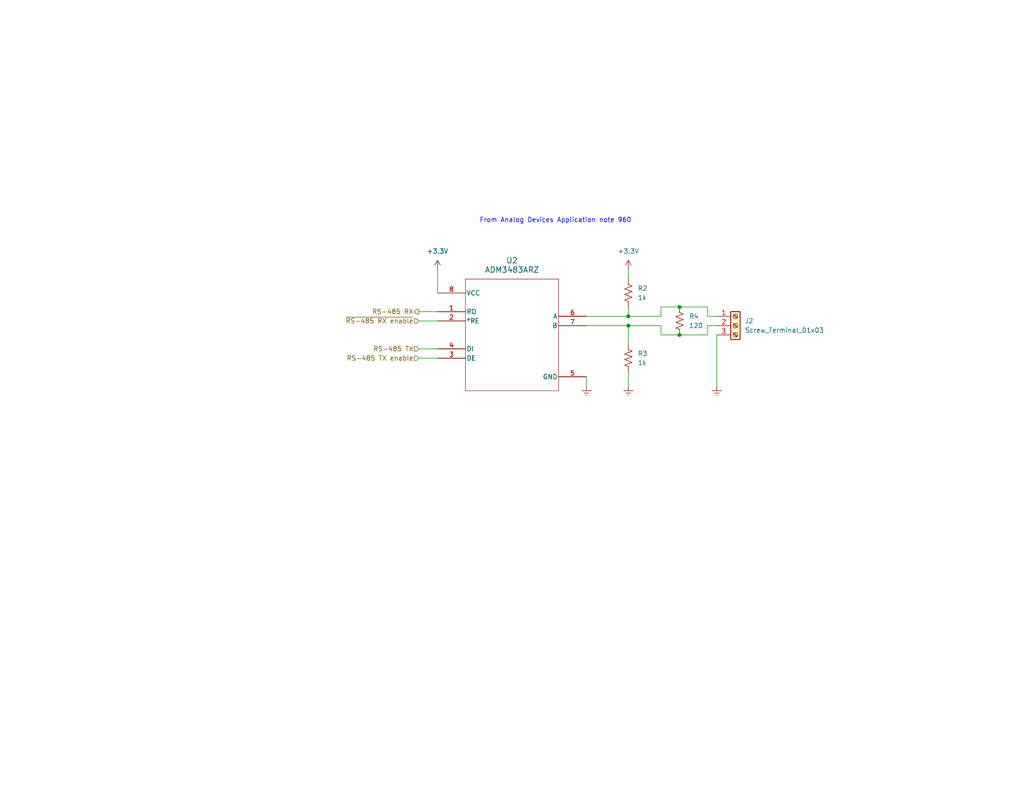
<source format=kicad_sch>
(kicad_sch (version 20230121) (generator eeschema)
  (paper "USLetter")
  (title_block (title "RS-485 Interface") (date "2023-10-17") (rev "0.1") (company "Texas A&M ECEN Capstone"))
  (lib_symbols
    (symbol "ADM3483:ADM3483ARZ" (pin_names (offset 0.254))
      (property "Reference" "U" (at 13.97 10.16 0))
      (property "Value" "ADM3483ARZ" (at 13.97 7.62 0))
      (symbol "ADM3483ARZ_0_1"
        (polyline (pts (xy 1.27 -25.4) (xy 1.27 5.08)) (stroke (width 0.127)))
        (polyline (pts (xy 1.27 5.08) (xy 26.67 5.08)) (stroke (width 0.127)))
        (polyline (pts (xy 26.67 -25.4) (xy 1.27 -25.4)) (stroke (width 0.127)))
        (polyline (pts (xy 26.67 5.08) (xy 26.67 -25.4)) (stroke (width 0.127)))
        (pin output line (at -6.35 -3.81 0) (length 7.62) (name "RO") (number "1"))
        (pin input line (at -6.35 -13.97 0) (length 7.62) (name "DI") (number "4"))
        (pin power_out line (at 34.29 -21.59 180) (length 7.62) (name "GND") (number "5"))
        (pin bidirectional line (at 34.29 -5.08 180) (length 7.62) (name "A") (number "6"))
        (pin bidirectional line (at 34.29 -7.62 180) (length 7.62) (name "B") (number "7"))
        (pin power_in line (at -6.35 1.27 0) (length 7.62) (name "VCC") (number "8"))
      )
      (symbol "ADM3483ARZ_1_1"
        (pin input line (at -6.35 -6.35 0) (length 7.62) (name "*RE") (number "2"))
        (pin input line (at -6.35 -16.51 0) (length 7.62) (name "DE") (number "3"))
      )
    )
    (symbol "Connector:Screw_Terminal_01x03" (pin_names (offset 1.016) hide)
      (property "Reference" "J" (at 0 5.08 0))
      (property "Value" "Screw_Terminal_01x03" (at 0 -5.08 0))
      (symbol "Screw_Terminal_01x03_1_1"
        (rectangle (start -1.27 3.81) (end 1.27 -3.81) (stroke (width 0.254)) (fill (type background)))
        (circle (center 0 -2.54) (radius 0.635) (stroke (width 0.1524)))
        (polyline (pts (xy -0.5334 -2.2098) (xy 0.3302 -3.048)) (stroke (width 0.1524)))
        (polyline (pts (xy -0.5334 0.3302) (xy 0.3302 -0.508)) (stroke (width 0.1524)))
        (polyline (pts (xy -0.5334 2.8702) (xy 0.3302 2.032)) (stroke (width 0.1524)))
        (polyline (pts (xy -0.3556 -2.032) (xy 0.508 -2.8702)) (stroke (width 0.1524)))
        (polyline (pts (xy -0.3556 0.508) (xy 0.508 -0.3302)) (stroke (width 0.1524)))
        (polyline (pts (xy -0.3556 3.048) (xy 0.508 2.2098)) (stroke (width 0.1524)))
        (circle (center 0 0) (radius 0.635) (stroke (width 0.1524)))
        (circle (center 0 2.54) (radius 0.635) (stroke (width 0.1524)))
        (pin passive line (at -5.08 2.54 0) (length 3.81) (name "Pin_1") (number "1"))
        (pin passive line (at -5.08 0 0) (length 3.81) (name "Pin_2") (number "2"))
        (pin passive line (at -5.08 -2.54 0) (length 3.81) (name "Pin_3") (number "3"))
      )
    )
    (symbol "Device:R_US" (pin_numbers hide) (pin_names (offset 0))
      (property "Reference" "R" (at 2.54 0 90))
      (property "Value" "R_US" (at -2.54 0 90))
      (symbol "R_US_0_1"
        (polyline (pts (xy 0 -2.286) (xy 0 -2.54)))
        (polyline (pts (xy 0 2.286) (xy 0 2.54)))
        (polyline (pts (xy 0 -0.762) (xy 1.016 -1.143) (xy 0 -1.524) (xy -1.016 -1.905) (xy 0 -2.286)))
        (polyline (pts (xy 0 0.762) (xy 1.016 0.381) (xy 0 0) (xy -1.016 -0.381) (xy 0 -0.762)))
        (polyline (pts (xy 0 2.286) (xy 1.016 1.905) (xy 0 1.524) (xy -1.016 1.143) (xy 0 0.762)))
      )
      (symbol "R_US_1_1"
        (pin passive line (at 0 3.81 270) (length 1.27) (name "~") (number "1"))
        (pin passive line (at 0 -3.81 90) (length 1.27) (name "~") (number "2"))
      )
    )
    (symbol "power:+3.3V" (power) (pin_names (offset 0))
      (property "Value" "+3.3V" (at 0 3.556 0))
      (symbol "+3.3V_0_1"
        (polyline (pts (xy -0.762 1.27) (xy 0 2.54)))
        (polyline (pts (xy 0 0) (xy 0 2.54)))
        (polyline (pts (xy 0 2.54) (xy 0.762 1.27)))
      )
      (symbol "+3.3V_1_1"
        (pin power_in line (at 0 0 90) (length 0) hide (name "+3.3V") (number "1"))
      )
    )
    (symbol "power:GNDREF" (power) (pin_names (offset 0))
      (property "Value" "GNDREF" (at 0 -3.81 0))
      (symbol "GNDREF_0_1"
        (polyline (pts (xy -0.635 -1.905) (xy 0.635 -1.905)))
        (polyline (pts (xy -0.127 -2.54) (xy 0.127 -2.54)))
        (polyline (pts (xy 0 -1.27) (xy 0 0)))
        (polyline (pts (xy 1.27 -1.27) (xy -1.27 -1.27)))
      )
      (symbol "GNDREF_1_1"
        (pin power_in line (at 0 0 270) (length 0) hide (name "GNDREF") (number "1"))
      )
    )
  )
  (junction (at 185.42 91.44))
  (junction (at 185.42 83.82))
  (junction (at 171.45 86.36))
  (junction (at 171.45 88.9))
  (wire (pts (xy 160.02 86.36) (xy 171.45 86.36)))
  (wire (pts (xy 171.45 73.66) (xy 171.45 76.2)))
  (wire (pts (xy 193.04 88.9) (xy 195.58 88.9)))
  (wire (pts (xy 171.45 83.82) (xy 171.45 86.36)))
  (wire (pts (xy 160.02 88.9) (xy 171.45 88.9)))
  (wire (pts (xy 114.3 97.79) (xy 119.38 97.79)))
  (wire (pts (xy 114.3 85.09) (xy 119.38 85.09)))
  (wire (pts (xy 180.34 86.36) (xy 180.34 83.82)))
  (wire (pts (xy 119.38 73.66) (xy 119.38 80.01)))
  (wire (pts (xy 160.02 102.87) (xy 160.02 105.41)))
  (wire (pts (xy 180.34 88.9) (xy 180.34 91.44)))
  (wire (pts (xy 171.45 86.36) (xy 180.34 86.36)))
  (wire (pts (xy 193.04 86.36) (xy 195.58 86.36)))
  (wire (pts (xy 171.45 88.9) (xy 180.34 88.9)))
  (wire (pts (xy 185.42 91.44) (xy 193.04 91.44)))
  (wire (pts (xy 193.04 91.44) (xy 193.04 88.9)))
  (wire (pts (xy 180.34 83.82) (xy 185.42 83.82)))
  (wire (pts (xy 180.34 91.44) (xy 185.42 91.44)))
  (wire (pts (xy 195.58 91.44) (xy 195.58 105.41)))
  (wire (pts (xy 114.3 87.63) (xy 119.38 87.63)))
  (wire (pts (xy 185.42 83.82) (xy 193.04 83.82)))
  (wire (pts (xy 171.45 101.6) (xy 171.45 105.41)))
  (wire (pts (xy 114.3 95.25) (xy 119.38 95.25)))
  (wire (pts (xy 193.04 83.82) (xy 193.04 86.36)))
  (wire (pts (xy 171.45 93.98) (xy 171.45 88.9)))
  (text "From Analog Devices Application note 960" (at 130.81 60.96 0) (effects (font (size 1.27 1.27)) (justify left bottom)))
  (hierarchical_label "RS-485 TX enable" (shape input) (at 114.3 97.79 180))
  (hierarchical_label "RS-485 RX" (shape output) (at 114.3 85.09 180))
  (hierarchical_label "~{RS-485 RX enable}" (shape input) (at 114.3 87.63 180))
  (hierarchical_label "RS-485 TX" (shape input) (at 114.3 95.25 180))
  (symbol (lib_id "power:GNDREF") (at 195.58 105.41 0) (unit 1)
    (property "Reference" "#PWR020" (effects hide))
    (property "Value" "GNDREF" (effects hide))
    (instances (project "greenhouse-controller-pcb" (path "" (reference "#PWR020") (unit 1)) (path "" (reference "#PWR015") (unit 1))))
  )
  (symbol (lib_id "Device:R_US") (at 171.45 97.79 0) (unit 1)
    (property "Reference" "R3" (at 173.99 96.52 0) (effects (justify left)))
    (property "Value" "1k" (at 173.99 99.06 0) (effects (justify left)))
    (property "Footprint" "Resistor_SMD:R_0805_2012Metric_Pad1.20x1.40mm_HandSolder" (effects hide))
    (instances (project "greenhouse-controller-pcb" (path "" (reference "R3") (unit 1)) (path "" (reference "R6") (unit 1))))
  )
  (symbol (lib_id "power:+3.3V") (at 119.38 73.66 0) (unit 1)
    (property "Reference" "#PWR011" (effects hide))
    (property "Value" "+3.3V" (at 119.38 68.58 0))
    (instances (project "greenhouse-controller-pcb" (path "" (reference "#PWR011") (unit 1)) (path "" (reference "#PWR016") (unit 1))))
  )
  (symbol (lib_id "Device:R_US") (at 171.45 80.01 0) (unit 1)
    (property "Reference" "R2" (at 173.99 78.74 0) (effects (justify left)))
    (property "Value" "1k" (at 173.99 81.28 0) (effects (justify left)))
    (property "Footprint" "Resistor_SMD:R_0805_2012Metric_Pad1.20x1.40mm_HandSolder" (effects hide))
    (instances (project "greenhouse-controller-pcb" (path "" (reference "R2") (unit 1)) (path "" (reference "R5") (unit 1))))
  )
  (symbol (lib_id "power:+3.3V") (at 171.45 73.66 0) (unit 1)
    (property "Reference" "#PWR013" (effects hide))
    (property "Value" "+3.3V" (at 171.45 68.58 0))
    (instances (project "greenhouse-controller-pcb" (path "" (reference "#PWR013") (unit 1)) (path "" (reference "#PWR018") (unit 1))))
  )
  (symbol (lib_id "Connector:Screw_Terminal_01x03") (at 200.66 88.9 0) (unit 1)
    (property "Reference" "J2" (at 203.2 87.63 0) (effects (justify left)))
    (property "Value" "Screw_Terminal_01x03" (at 203.2 90.17 0) (effects (justify left)))
    (property "Footprint" "Library:CUI_TB007-508-03BE" (effects hide))
    (instances (project "greenhouse-controller-pcb" (path "" (reference "J2") (unit 1)) (path "" (reference "J3") (unit 1))))
  )
  (symbol (lib_id "Device:R_US") (at 185.42 87.63 0) (unit 1)
    (property "Reference" "R4" (at 187.96 86.36 0) (effects (justify left)))
    (property "Value" "120" (at 187.96 88.9 0) (effects (justify left)))
    (property "Footprint" "Resistor_THT:R_Axial_DIN0207_L6.3mm_D2.5mm_P7.62mm_Horizontal" (effects hide))
    (instances (project "greenhouse-controller-pcb" (path "" (reference "R4") (unit 1)) (path "" (reference "R7") (unit 1))))
  )
  (symbol (lib_id "power:GNDREF") (at 160.02 105.41 0) (unit 1)
    (property "Reference" "#PWR017" (effects hide))
    (property "Value" "GNDREF" (effects hide))
    (instances (project "greenhouse-controller-pcb" (path "" (reference "#PWR017") (unit 1)) (path "" (reference "#PWR012") (unit 1))))
  )
  (symbol (lib_id "ADM3483:ADM3483ARZ") (at 125.73 81.28 0) (unit 1)
    (property "Reference" "U2" (at 139.7 71.12 0) (effects (font (size 1.524 1.524))))
    (property "Value" "ADM3483ARZ" (at 139.7 73.66 0) (effects (font (size 1.524 1.524))))
    (property "Footprint" "Library:R_8_ADI" (effects hide))
    (property "Datasheet" "ADM3483ARZ" (effects hide))
    (instances (project "greenhouse-controller-pcb" (path "" (reference "U2") (unit 1)) (path "" (reference "U3") (unit 1))))
  )
  (symbol (lib_id "power:GNDREF") (at 171.45 105.41 0) (unit 1)
    (property "Reference" "#PWR019" (effects hide))
    (property "Value" "GNDREF" (effects hide))
    (instances (project "greenhouse-controller-pcb" (path "" (reference "#PWR019") (unit 1)) (path "" (reference "#PWR014") (unit 1))))
  )
)
</source>
